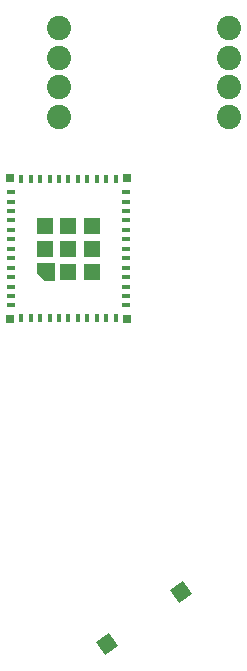
<source format=gbr>
%TF.GenerationSoftware,KiCad,Pcbnew,7.0.6*%
%TF.CreationDate,2023-11-30T12:48:28-08:00*%
%TF.ProjectId,UGC_Main,5547435f-4d61-4696-9e2e-6b696361645f,rev?*%
%TF.SameCoordinates,Original*%
%TF.FileFunction,Paste,Top*%
%TF.FilePolarity,Positive*%
%FSLAX46Y46*%
G04 Gerber Fmt 4.6, Leading zero omitted, Abs format (unit mm)*
G04 Created by KiCad (PCBNEW 7.0.6) date 2023-11-30 12:48:28*
%MOMM*%
%LPD*%
G01*
G04 APERTURE LIST*
G04 Aperture macros list*
%AMRotRect*
0 Rectangle, with rotation*
0 The origin of the aperture is its center*
0 $1 length*
0 $2 width*
0 $3 Rotation angle, in degrees counterclockwise*
0 Add horizontal line*
21,1,$1,$2,0,0,$3*%
G04 Aperture macros list end*
%ADD10C,0.010000*%
%ADD11C,2.050000*%
%ADD12R,0.400000X0.800000*%
%ADD13R,0.800000X0.400000*%
%ADD14R,1.450000X1.450000*%
%ADD15R,0.700000X0.700000*%
%ADD16RotRect,1.350000X1.350000X35.000000*%
G04 APERTURE END LIST*
%TO.C,U1*%
D10*
X210865000Y-106897000D02*
X210015000Y-106897000D01*
X209415000Y-106297000D01*
X209415000Y-105447000D01*
X210865000Y-105447000D01*
X210865000Y-106897000D01*
G36*
X210865000Y-106897000D02*
G01*
X210015000Y-106897000D01*
X209415000Y-106297000D01*
X209415000Y-105447000D01*
X210865000Y-105447000D01*
X210865000Y-106897000D01*
G37*
%TD*%
D11*
%TO.C,J7*%
X211258657Y-88054400D03*
%TD*%
%TO.C,J8*%
X225708657Y-88054400D03*
%TD*%
%TO.C,J12*%
X225708657Y-93054400D03*
%TD*%
%TO.C,J6*%
X225708657Y-85554400D03*
%TD*%
%TO.C,J10*%
X225708657Y-90554400D03*
%TD*%
%TO.C,J11*%
X211258657Y-93054400D03*
%TD*%
%TO.C,J9*%
X211258657Y-90554400D03*
%TD*%
%TO.C,J5*%
X211258657Y-85554400D03*
%TD*%
D12*
%TO.C,U1*%
X208090000Y-110122000D03*
X208890000Y-110122000D03*
X209690000Y-110122000D03*
X210490000Y-110122000D03*
X211290000Y-110122000D03*
X212090000Y-110122000D03*
X212890000Y-110122000D03*
X213690000Y-110122000D03*
X214490000Y-110122000D03*
X215290000Y-110122000D03*
X216090000Y-110122000D03*
D13*
X216990000Y-109022000D03*
X216990000Y-108222000D03*
X216990000Y-107422000D03*
X216990000Y-106622000D03*
X216990000Y-105822000D03*
X216990000Y-105022000D03*
X216990000Y-104222000D03*
X216990000Y-103422000D03*
X216990000Y-102622000D03*
X216990000Y-101822000D03*
X216990000Y-101022000D03*
X216990000Y-100222000D03*
X216990000Y-99422000D03*
D12*
X216090000Y-98322000D03*
X215290000Y-98322000D03*
X214490000Y-98322000D03*
X213690000Y-98322000D03*
X212890000Y-98322000D03*
X212090000Y-98322000D03*
X211290000Y-98322000D03*
X210490000Y-98322000D03*
X209690000Y-98322000D03*
X208890000Y-98322000D03*
X208090000Y-98322000D03*
D13*
X207190000Y-99422000D03*
X207190000Y-100222000D03*
X207190000Y-101022000D03*
X207190000Y-101822000D03*
X207190000Y-102622000D03*
X207190000Y-103422000D03*
X207190000Y-104222000D03*
X207190000Y-105022000D03*
X207190000Y-105822000D03*
X207190000Y-106622000D03*
X207190000Y-107422000D03*
X207190000Y-108222000D03*
X207190000Y-109022000D03*
D14*
X212090000Y-104222000D03*
D15*
X207140000Y-98272000D03*
X217040000Y-98272000D03*
X217040000Y-110172000D03*
X207140000Y-110172000D03*
D14*
X212090000Y-106172000D03*
X214040000Y-106172000D03*
X214040000Y-104222000D03*
X214040000Y-102272000D03*
X212090000Y-102272000D03*
X210140000Y-102272000D03*
X210140000Y-104222000D03*
%TD*%
D16*
%TO.C,SW9*%
X215370879Y-137663990D03*
X221596435Y-133304810D03*
%TD*%
M02*

</source>
